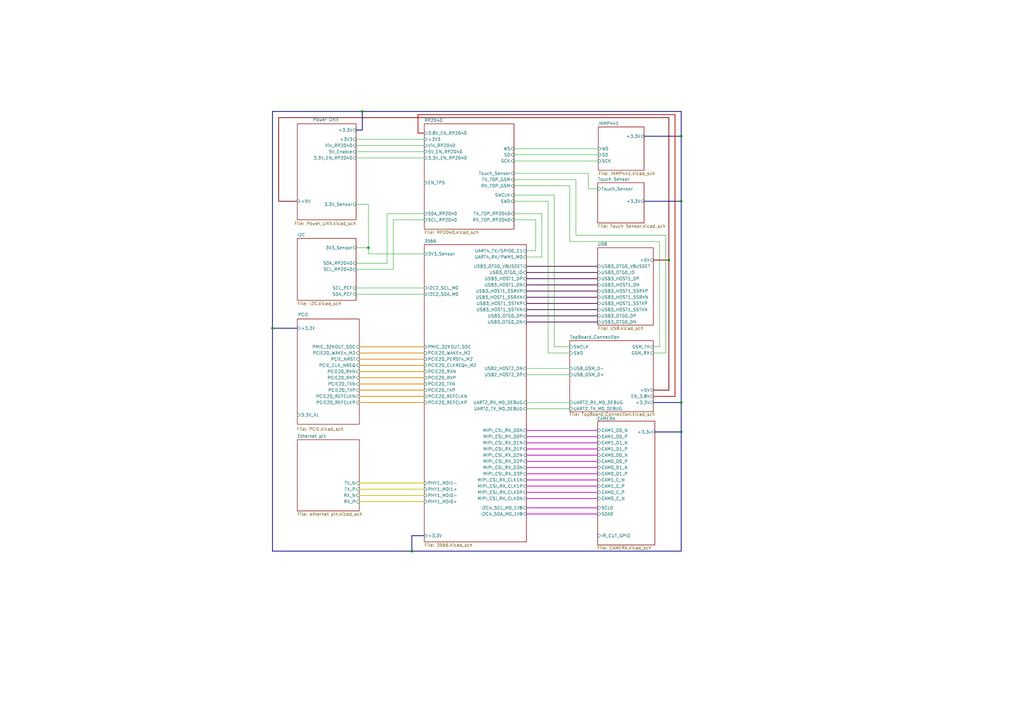
<source format=kicad_sch>
(kicad_sch
	(version 20231120)
	(generator "eeschema")
	(generator_version "8.0")
	(uuid "25e5aa8e-2696-44a3-8d3c-c2c53f2923cf")
	(paper "A3")
	(title_block
		(title "CamTracker")
		(date "2022-09-20")
		(rev "REV1")
		(company "SmartEQ Bilisim")
	)
	(lib_symbols)
	(junction
		(at 274.32 106.68)
		(diameter 0)
		(color 0 0 0 0)
		(uuid "15c9e2df-a95f-481e-91ba-6afed13123fe")
	)
	(junction
		(at 148.59 45.72)
		(diameter 0)
		(color 0 0 0 0)
		(uuid "1d0cda57-c204-4851-bf6b-4a4ccef2c313")
	)
	(junction
		(at 279.4 55.88)
		(diameter 0)
		(color 0 0 0 0)
		(uuid "2085bf44-7a3e-416e-b053-25dd60f63bc2")
	)
	(junction
		(at 151.13 101.6)
		(diameter 0)
		(color 0 0 0 0)
		(uuid "4f5c20bf-e917-45ae-8d70-df3bfa6b86c2")
	)
	(junction
		(at 111.76 134.62)
		(diameter 0)
		(color 0 0 0 0)
		(uuid "634ba8df-ee1c-4b34-9fc4-4378c936885b")
	)
	(junction
		(at 279.4 82.55)
		(diameter 0)
		(color 0 0 0 0)
		(uuid "c7967cdd-90a9-49f4-a9e7-6977c47bed6b")
	)
	(junction
		(at 168.91 226.06)
		(diameter 0)
		(color 0 0 0 0)
		(uuid "dcc6440e-a5cd-4688-9c98-8a55bcba0d7e")
	)
	(junction
		(at 279.4 165.1)
		(diameter 0)
		(color 0 0 0 0)
		(uuid "e5a1f3df-1442-41f7-b26c-adece3441cfa")
	)
	(junction
		(at 279.4 177.1627)
		(diameter 0)
		(color 0 0 0 0)
		(uuid "e7806f66-e7cf-4cae-8070-f3f573dca5b1")
	)
	(wire
		(pts
			(xy 215.9 116.84) (xy 245.11 116.84)
		)
		(stroke
			(width 0.3048)
			(type default)
			(color 72 0 72 1)
		)
		(uuid "04c71393-be6a-4119-9fb6-535b6673a421")
	)
	(wire
		(pts
			(xy 147.32 165.1) (xy 173.99 165.1)
		)
		(stroke
			(width 0.3048)
			(type default)
			(color 221 133 0 1)
		)
		(uuid "083d76a8-45bd-419d-9180-4cdd5b842efa")
	)
	(wire
		(pts
			(xy 210.82 63.5) (xy 245.364 63.5)
		)
		(stroke
			(width 0)
			(type default)
		)
		(uuid "0a12d520-5dcf-4a37-9afd-57326d9993b5")
	)
	(wire
		(pts
			(xy 158.75 87.63) (xy 173.99 87.63)
		)
		(stroke
			(width 0)
			(type default)
		)
		(uuid "0c7c2b3e-0b93-4115-b1b4-9bd84141a81e")
	)
	(wire
		(pts
			(xy 279.4 55.88) (xy 279.4 82.55)
		)
		(stroke
			(width 0.3048)
			(type default)
			(color 0 0 132 1)
		)
		(uuid "0c80c3bd-b8e8-4595-ae44-698e2944a54e")
	)
	(wire
		(pts
			(xy 224.79 82.55) (xy 210.82 82.55)
		)
		(stroke
			(width 0)
			(type default)
		)
		(uuid "0d05a548-ee7e-4d61-a591-510079a161c3")
	)
	(wire
		(pts
			(xy 161.29 90.17) (xy 173.99 90.17)
		)
		(stroke
			(width 0)
			(type default)
		)
		(uuid "0e7e09a1-55eb-4412-b999-2d51394564c3")
	)
	(wire
		(pts
			(xy 173.99 104.14) (xy 151.13 104.14)
		)
		(stroke
			(width 0)
			(type default)
		)
		(uuid "10d507f1-f489-4673-9726-711b05092b90")
	)
	(wire
		(pts
			(xy 148.59 45.72) (xy 279.4 45.72)
		)
		(stroke
			(width 0.3048)
			(type default)
			(color 0 0 132 1)
		)
		(uuid "16036b77-1dae-4901-90c4-2eb930e10148")
	)
	(wire
		(pts
			(xy 111.76 45.72) (xy 148.59 45.72)
		)
		(stroke
			(width 0.3048)
			(type default)
			(color 0 0 132 1)
		)
		(uuid "1792ff09-f441-4746-aee2-72f1d89af10b")
	)
	(wire
		(pts
			(xy 114.3 48.26) (xy 114.3 82.55)
		)
		(stroke
			(width 0.3048)
			(type default)
			(color 132 0 0 1)
		)
		(uuid "19a948e1-edd2-45af-ac57-052e634df261")
	)
	(wire
		(pts
			(xy 147.32 152.4) (xy 173.99 152.4)
		)
		(stroke
			(width 0.3048)
			(type default)
			(color 221 133 0 1)
		)
		(uuid "1afc3262-df56-4d89-8c19-04110b1e778d")
	)
	(wire
		(pts
			(xy 215.9 165.1) (xy 233.68 165.1)
		)
		(stroke
			(width 0)
			(type default)
		)
		(uuid "1bcb8f33-54dc-4f8a-a179-187d063a2366")
	)
	(wire
		(pts
			(xy 224.79 144.78) (xy 224.79 82.55)
		)
		(stroke
			(width 0)
			(type default)
		)
		(uuid "1d78e3eb-4033-41cc-8e7c-de6f559784ee")
	)
	(wire
		(pts
			(xy 273.05 96.52) (xy 273.05 144.78)
		)
		(stroke
			(width 0)
			(type default)
		)
		(uuid "1e1149d6-85d7-4bfa-9551-556152242efe")
	)
	(wire
		(pts
			(xy 215.9 204.47) (xy 245.11 204.47)
		)
		(stroke
			(width 0.3048)
			(type default)
			(color 194 0 194 1)
		)
		(uuid "1f5d2516-052f-4f67-aed6-a2db2614724e")
	)
	(wire
		(pts
			(xy 111.76 226.06) (xy 111.76 134.62)
		)
		(stroke
			(width 0.3048)
			(type default)
			(color 0 0 132 1)
		)
		(uuid "1fc1d2ee-612e-4adc-959b-97511ac5b721")
	)
	(wire
		(pts
			(xy 219.71 90.17) (xy 219.71 102.87)
		)
		(stroke
			(width 0)
			(type default)
		)
		(uuid "22c01a69-c446-4457-919b-b45495e69000")
	)
	(wire
		(pts
			(xy 215.9 208.28) (xy 245.11 208.28)
		)
		(stroke
			(width 0.3048)
			(type default)
			(color 194 0 194 1)
		)
		(uuid "23388bba-141d-4244-a141-2238a35fe83d")
	)
	(wire
		(pts
			(xy 215.9 176.53) (xy 245.11 176.53)
		)
		(stroke
			(width 0.3048)
			(type default)
			(color 194 0 194 1)
		)
		(uuid "2799b817-a6f6-41f0-aaba-caf1670f84e1")
	)
	(wire
		(pts
			(xy 215.9 153.67) (xy 233.68 153.67)
		)
		(stroke
			(width 0)
			(type default)
		)
		(uuid "2e9e3657-b828-4621-9a5f-063f25448e51")
	)
	(wire
		(pts
			(xy 224.79 144.78) (xy 233.68 144.78)
		)
		(stroke
			(width 0)
			(type default)
		)
		(uuid "2ec40ca3-95a0-42a0-9537-e5576742fe70")
	)
	(wire
		(pts
			(xy 215.9 127) (xy 245.11 127)
		)
		(stroke
			(width 0.3048)
			(type default)
			(color 72 0 72 1)
		)
		(uuid "2f259edd-e82e-433c-8a94-ae1590d9d85a")
	)
	(wire
		(pts
			(xy 267.97 142.24) (xy 270.51 142.24)
		)
		(stroke
			(width 0)
			(type default)
		)
		(uuid "327478fd-a338-438a-b951-24ebc90c3017")
	)
	(wire
		(pts
			(xy 121.92 82.55) (xy 114.3 82.55)
		)
		(stroke
			(width 0.3048)
			(type default)
			(color 132 0 0 1)
		)
		(uuid "3548f0a2-f1ed-4779-a83e-bb421c6917cf")
	)
	(wire
		(pts
			(xy 215.9 129.54) (xy 245.11 129.54)
		)
		(stroke
			(width 0.3048)
			(type default)
			(color 72 0 72 1)
		)
		(uuid "359b461a-614a-40ae-a2b9-26b9ecfdf28e")
	)
	(wire
		(pts
			(xy 236.22 73.66) (xy 236.22 96.52)
		)
		(stroke
			(width 0)
			(type default)
		)
		(uuid "37629719-cea0-4ebb-b22a-5e77576c3fcd")
	)
	(wire
		(pts
			(xy 276.86 162.56) (xy 276.86 46.99)
		)
		(stroke
			(width 0.3048)
			(type default)
			(color 194 0 0 1)
		)
		(uuid "383352f2-15fe-49f5-9b15-d3bd70f30e3b")
	)
	(wire
		(pts
			(xy 210.82 80.01) (xy 227.33 80.01)
		)
		(stroke
			(width 0)
			(type default)
		)
		(uuid "398a99a1-422f-40cb-a1e1-a699e43e53dc")
	)
	(wire
		(pts
			(xy 146.05 110.49) (xy 161.29 110.49)
		)
		(stroke
			(width 0)
			(type default)
		)
		(uuid "3a6c4a5b-1e18-4124-a867-eedc1900d6b2")
	)
	(wire
		(pts
			(xy 267.97 165.1) (xy 279.4 165.1)
		)
		(stroke
			(width 0.3048)
			(type default)
			(color 0 0 132 1)
		)
		(uuid "4660afa1-e57e-4bdc-95de-3f07b689f8f9")
	)
	(wire
		(pts
			(xy 146.05 107.95) (xy 158.75 107.95)
		)
		(stroke
			(width 0)
			(type default)
		)
		(uuid "469ba150-9676-4ca3-8c54-917e04934cc8")
	)
	(wire
		(pts
			(xy 147.32 149.86) (xy 173.99 149.86)
		)
		(stroke
			(width 0.3048)
			(type default)
			(color 221 133 0 1)
		)
		(uuid "4af92e97-f21b-484e-8353-7e4b35dd29cf")
	)
	(wire
		(pts
			(xy 147.32 154.94) (xy 173.99 154.94)
		)
		(stroke
			(width 0.3048)
			(type default)
			(color 221 133 0 1)
		)
		(uuid "4ba36121-7c05-421e-8270-f53f7a471365")
	)
	(wire
		(pts
			(xy 146.05 118.11) (xy 173.99 118.11)
		)
		(stroke
			(width 0)
			(type default)
		)
		(uuid "4d56d3f5-12ee-4a6d-996c-815d52581356")
	)
	(wire
		(pts
			(xy 215.9 184.15) (xy 245.11 184.15)
		)
		(stroke
			(width 0.3048)
			(type default)
			(color 194 0 194 1)
		)
		(uuid "4faa76bb-af78-4054-a207-b2d80dc81e3c")
	)
	(wire
		(pts
			(xy 215.9 181.61) (xy 245.11 181.61)
		)
		(stroke
			(width 0.3048)
			(type default)
			(color 194 0 194 1)
		)
		(uuid "51d67db8-a174-4bbe-8052-8fe3f01a8c0f")
	)
	(wire
		(pts
			(xy 215.9 179.07) (xy 245.11 179.07)
		)
		(stroke
			(width 0.3048)
			(type default)
			(color 194 0 194 1)
		)
		(uuid "5864b7be-ba73-4a52-9616-43721c5100bc")
	)
	(wire
		(pts
			(xy 279.4 177.1627) (xy 279.4 226.06)
		)
		(stroke
			(width 0.3048)
			(type default)
			(color 0 0 132 1)
		)
		(uuid "58ca09ae-be35-4e3c-8816-bc9943bf2fe4")
	)
	(wire
		(pts
			(xy 215.9 210.82) (xy 245.11 210.82)
		)
		(stroke
			(width 0.3048)
			(type default)
			(color 194 0 194 1)
		)
		(uuid "5ac4d1b6-47c6-4d0f-b4c0-d9c5d2a03608")
	)
	(wire
		(pts
			(xy 210.82 73.66) (xy 236.22 73.66)
		)
		(stroke
			(width 0)
			(type default)
		)
		(uuid "6322aa88-135a-47fe-9d64-ab90f0e884ed")
	)
	(wire
		(pts
			(xy 279.4 177.1627) (xy 268.605 177.1627)
		)
		(stroke
			(width 0.3048)
			(type default)
			(color 0 0 132 1)
		)
		(uuid "65772262-4315-4a20-bcbe-f5163689ac74")
	)
	(wire
		(pts
			(xy 215.9 124.46) (xy 245.11 124.46)
		)
		(stroke
			(width 0.3048)
			(type default)
			(color 72 0 72 1)
		)
		(uuid "66fb0a80-bdbe-4356-a4fa-3854ff6a6241")
	)
	(wire
		(pts
			(xy 146.05 120.65) (xy 173.99 120.65)
		)
		(stroke
			(width 0)
			(type default)
		)
		(uuid "69557bf6-ddff-49e0-a5c6-12b536385a65")
	)
	(wire
		(pts
			(xy 233.68 99.06) (xy 233.68 76.2)
		)
		(stroke
			(width 0)
			(type default)
		)
		(uuid "698da729-a6cb-4395-95c4-586ad2380cef")
	)
	(wire
		(pts
			(xy 151.13 104.14) (xy 151.13 101.6)
		)
		(stroke
			(width 0)
			(type default)
		)
		(uuid "6a40b042-2c10-4b22-8929-ea08ca553840")
	)
	(wire
		(pts
			(xy 222.25 87.63) (xy 222.25 105.41)
		)
		(stroke
			(width 0)
			(type default)
		)
		(uuid "6bdc5f1f-f5ac-474f-a2b5-91e72c97f039")
	)
	(wire
		(pts
			(xy 147.32 200.66) (xy 173.99 200.66)
		)
		(stroke
			(width 0.3048)
			(type default)
			(color 194 194 0 1)
		)
		(uuid "6eaa3463-bd9e-41d1-9ee4-e217a7aa3c15")
	)
	(wire
		(pts
			(xy 146.05 101.6) (xy 151.13 101.6)
		)
		(stroke
			(width 0)
			(type default)
		)
		(uuid "73811bcd-ce77-431e-a54a-e97f5a810eda")
	)
	(wire
		(pts
			(xy 147.32 142.24) (xy 173.99 142.24)
		)
		(stroke
			(width 0.3048)
			(type default)
			(color 221 133 0 1)
		)
		(uuid "76284d94-5f08-416c-b20c-5ab7e389cad1")
	)
	(wire
		(pts
			(xy 279.4 82.55) (xy 279.4 165.1)
		)
		(stroke
			(width 0.3048)
			(type default)
			(color 0 0 132 1)
		)
		(uuid "77ba9121-9ece-4981-b607-e0b186ffb51c")
	)
	(wire
		(pts
			(xy 147.32 144.78) (xy 173.99 144.78)
		)
		(stroke
			(width 0.3048)
			(type default)
			(color 221 133 0 1)
		)
		(uuid "78d2e62f-095d-41bd-a773-adbda9a91ada")
	)
	(wire
		(pts
			(xy 270.51 142.24) (xy 270.51 99.06)
		)
		(stroke
			(width 0)
			(type default)
		)
		(uuid "7b0ed049-2bb3-4516-9588-f1612267878e")
	)
	(wire
		(pts
			(xy 171.45 46.99) (xy 171.45 54.61)
		)
		(stroke
			(width 0.3048)
			(type default)
			(color 194 0 0 1)
		)
		(uuid "7eb20d74-5ea9-4882-b359-eaf2640e4656")
	)
	(wire
		(pts
			(xy 227.33 142.24) (xy 233.68 142.24)
		)
		(stroke
			(width 0)
			(type default)
		)
		(uuid "7f08aa4f-1ab5-4270-be36-883a87428110")
	)
	(wire
		(pts
			(xy 146.05 64.77) (xy 173.99 64.77)
		)
		(stroke
			(width 0)
			(type default)
		)
		(uuid "80964846-9e31-47d4-a24a-896d33a26b58")
	)
	(wire
		(pts
			(xy 279.4 45.72) (xy 279.4 55.88)
		)
		(stroke
			(width 0.3048)
			(type default)
			(color 0 0 132 1)
		)
		(uuid "80b00e77-862b-4ce6-b5bf-339821f6799a")
	)
	(wire
		(pts
			(xy 158.75 107.95) (xy 158.75 87.63)
		)
		(stroke
			(width 0)
			(type default)
		)
		(uuid "82727a53-d173-4696-b72b-496693969e39")
	)
	(wire
		(pts
			(xy 279.4 165.1) (xy 279.4 177.1627)
		)
		(stroke
			(width 0.3048)
			(type default)
			(color 0 0 132 1)
		)
		(uuid "834af0fe-4ca8-4985-bdd9-8b2f5c8138c5")
	)
	(wire
		(pts
			(xy 210.82 87.63) (xy 222.25 87.63)
		)
		(stroke
			(width 0)
			(type default)
		)
		(uuid "836e5ba6-238b-44b8-88b6-b4f87556b2e7")
	)
	(wire
		(pts
			(xy 219.71 102.87) (xy 215.9 102.87)
		)
		(stroke
			(width 0)
			(type default)
		)
		(uuid "87034a46-00fb-439a-a2ee-0f0ada102028")
	)
	(wire
		(pts
			(xy 168.91 226.06) (xy 279.4 226.06)
		)
		(stroke
			(width 0.3048)
			(type default)
			(color 0 0 132 1)
		)
		(uuid "89f4854e-9e5b-4b00-8fc3-6e67a778b074")
	)
	(wire
		(pts
			(xy 151.13 101.6) (xy 151.13 83.82)
		)
		(stroke
			(width 0)
			(type default)
		)
		(uuid "8ab03d72-2a4a-43f4-97d7-b0fc2d7b9968")
	)
	(wire
		(pts
			(xy 264.16 55.88) (xy 279.4 55.88)
		)
		(stroke
			(width 0.3048)
			(type default)
			(color 0 0 132 1)
		)
		(uuid "8d134853-e6ec-4ed5-86b7-279ce2a743fd")
	)
	(wire
		(pts
			(xy 147.32 198.12) (xy 173.99 198.12)
		)
		(stroke
			(width 0.3048)
			(type default)
			(color 194 194 0 1)
		)
		(uuid "8d14b7f0-daea-466e-9bda-274be89ec01b")
	)
	(wire
		(pts
			(xy 147.32 157.48) (xy 173.99 157.48)
		)
		(stroke
			(width 0.3048)
			(type default)
			(color 221 133 0 1)
		)
		(uuid "8e77037e-2496-4dec-8ce0-b58bc6f2cbe7")
	)
	(wire
		(pts
			(xy 147.32 160.02) (xy 173.99 160.02)
		)
		(stroke
			(width 0.3048)
			(type default)
			(color 221 133 0 1)
		)
		(uuid "8f2bbee2-95d5-4324-ab64-08ce9b62be5e")
	)
	(wire
		(pts
			(xy 215.9 194.31) (xy 245.11 194.31)
		)
		(stroke
			(width 0.3048)
			(type default)
			(color 194 0 194 1)
		)
		(uuid "927c5608-69cb-4e93-bbc5-e365eacb7a7a")
	)
	(wire
		(pts
			(xy 215.9 201.93) (xy 245.11 201.93)
		)
		(stroke
			(width 0.3048)
			(type default)
			(color 194 0 194 1)
		)
		(uuid "953e8a6d-9f6c-4ee9-a768-8e45d47dda3f")
	)
	(wire
		(pts
			(xy 210.82 76.2) (xy 233.68 76.2)
		)
		(stroke
			(width 0)
			(type default)
		)
		(uuid "9c2368b9-c994-49a9-a528-aa9581004c26")
	)
	(wire
		(pts
			(xy 227.33 80.01) (xy 227.33 142.24)
		)
		(stroke
			(width 0)
			(type default)
		)
		(uuid "9d70bd62-59d7-49da-92d7-fa7ea214134d")
	)
	(wire
		(pts
			(xy 215.9 167.64) (xy 233.68 167.64)
		)
		(stroke
			(width 0)
			(type default)
		)
		(uuid "9eb81f99-669a-4195-a244-53e91055a094")
	)
	(wire
		(pts
			(xy 147.32 162.56) (xy 173.99 162.56)
		)
		(stroke
			(width 0.3048)
			(type default)
			(color 221 133 0 1)
		)
		(uuid "a0917002-c18b-4af6-a770-e843c23d768b")
	)
	(wire
		(pts
			(xy 215.9 186.69) (xy 245.11 186.69)
		)
		(stroke
			(width 0.3048)
			(type default)
			(color 194 0 194 1)
		)
		(uuid "a1aca367-e513-447d-829d-b580c5ca21f8")
	)
	(wire
		(pts
			(xy 168.91 219.71) (xy 173.99 219.71)
		)
		(stroke
			(width 0.3048)
			(type default)
			(color 0 0 132 1)
		)
		(uuid "a1b3542c-0aa0-4f14-8aaa-95af61b78487")
	)
	(wire
		(pts
			(xy 210.82 71.12) (xy 241.3 71.12)
		)
		(stroke
			(width 0)
			(type default)
		)
		(uuid "a3a3f64a-63e7-4273-90f7-82500fa8c429")
	)
	(wire
		(pts
			(xy 146.05 57.15) (xy 173.99 57.15)
		)
		(stroke
			(width 0)
			(type default)
		)
		(uuid "a6c3e9b4-2f6a-4e7d-b746-38af14aaffce")
	)
	(wire
		(pts
			(xy 148.59 53.34) (xy 146.05 53.34)
		)
		(stroke
			(width 0.3048)
			(type default)
			(color 0 0 132 1)
		)
		(uuid "a780d9cf-323b-4fb4-b233-686ee00cc499")
	)
	(wire
		(pts
			(xy 111.76 134.62) (xy 111.76 45.72)
		)
		(stroke
			(width 0.3048)
			(type default)
			(color 0 0 132 1)
		)
		(uuid "a9ebbe94-8093-4f59-857a-5587112cfed9")
	)
	(wire
		(pts
			(xy 111.76 226.06) (xy 168.91 226.06)
		)
		(stroke
			(width 0.3048)
			(type default)
			(color 0 0 132 1)
		)
		(uuid "a9f8a057-0038-4b7f-84c0-ec0a50627b55")
	)
	(wire
		(pts
			(xy 111.76 134.62) (xy 121.92 134.62)
		)
		(stroke
			(width 0.3048)
			(type default)
			(color 0 0 132 1)
		)
		(uuid "ac79a2d0-5a42-47c5-86fb-fb6f612a96f2")
	)
	(wire
		(pts
			(xy 267.97 106.68) (xy 274.32 106.68)
		)
		(stroke
			(width 0.3048)
			(type default)
			(color 132 0 0 1)
		)
		(uuid "ace1c019-0d3c-4625-b215-af1423f3755d")
	)
	(wire
		(pts
			(xy 215.9 132.08) (xy 245.11 132.08)
		)
		(stroke
			(width 0.3048)
			(type default)
			(color 72 0 72 1)
		)
		(uuid "af2f738e-4a08-4f17-b302-a275ec731a98")
	)
	(wire
		(pts
			(xy 215.9 121.92) (xy 245.11 121.92)
		)
		(stroke
			(width 0.3048)
			(type default)
			(color 72 0 72 1)
		)
		(uuid "af8ca0ba-894b-42f6-9aeb-46662d776b16")
	)
	(wire
		(pts
			(xy 236.22 96.52) (xy 273.05 96.52)
		)
		(stroke
			(width 0)
			(type default)
		)
		(uuid "b02d4a73-116f-4ca0-9229-c487544d1db5")
	)
	(wire
		(pts
			(xy 215.9 191.77) (xy 245.11 191.77)
		)
		(stroke
			(width 0.3048)
			(type default)
			(color 194 0 194 1)
		)
		(uuid "b2245fe4-2764-4634-b0f4-66b6941c0e52")
	)
	(wire
		(pts
			(xy 215.9 196.85) (xy 245.11 196.85)
		)
		(stroke
			(width 0.3048)
			(type default)
			(color 194 0 194 1)
		)
		(uuid "b30478b7-c665-401a-a319-4797da4a0fa8")
	)
	(wire
		(pts
			(xy 146.05 62.23) (xy 173.99 62.23)
		)
		(stroke
			(width 0)
			(type default)
		)
		(uuid "b64c20ba-4890-4691-9e24-2c9aee9f83ce")
	)
	(wire
		(pts
			(xy 171.45 46.99) (xy 276.86 46.99)
		)
		(stroke
			(width 0.3048)
			(type default)
			(color 194 0 0 1)
		)
		(uuid "bace24c7-d14a-4dc6-8a35-3769f9473dcd")
	)
	(wire
		(pts
			(xy 215.9 111.76) (xy 245.11 111.76)
		)
		(stroke
			(width 0.3048)
			(type default)
			(color 72 0 72 1)
		)
		(uuid "bae7732a-f8a6-4f4a-b6b5-5d520102110f")
	)
	(wire
		(pts
			(xy 215.9 109.22) (xy 245.11 109.22)
		)
		(stroke
			(width 0.3048)
			(type default)
			(color 72 0 72 1)
		)
		(uuid "bc07fc91-b1f3-4958-8055-1e89be097431")
	)
	(wire
		(pts
			(xy 114.3 48.26) (xy 274.32 48.26)
		)
		(stroke
			(width 0.3048)
			(type default)
			(color 132 0 0 1)
		)
		(uuid "bc2562ab-0502-4d8d-9a13-ffedcd1d0b03")
	)
	(wire
		(pts
			(xy 267.97 160.02) (xy 274.32 160.02)
		)
		(stroke
			(width 0.3048)
			(type default)
			(color 132 0 0 1)
		)
		(uuid "c3c2ca30-cb79-425f-b282-ebf64b088f2e")
	)
	(wire
		(pts
			(xy 168.91 226.06) (xy 168.91 219.71)
		)
		(stroke
			(width 0.3048)
			(type default)
			(color 0 0 132 1)
		)
		(uuid "c4233b3b-198f-4f47-959f-402d5951065c")
	)
	(wire
		(pts
			(xy 146.05 59.69) (xy 173.99 59.69)
		)
		(stroke
			(width 0)
			(type default)
		)
		(uuid "c459cc4d-7411-4021-b851-f5e24cf3cae5")
	)
	(wire
		(pts
			(xy 264.16 82.55) (xy 279.4 82.55)
		)
		(stroke
			(width 0.3048)
			(type default)
			(color 0 0 132 1)
		)
		(uuid "ccadc5f3-1da2-4c0c-a443-b11f296f1769")
	)
	(wire
		(pts
			(xy 241.3 77.47) (xy 245.11 77.47)
		)
		(stroke
			(width 0)
			(type default)
		)
		(uuid "cdab421e-a5e3-4d0d-91e5-741d9defcb22")
	)
	(wire
		(pts
			(xy 215.9 199.39) (xy 245.11 199.39)
		)
		(stroke
			(width 0.3048)
			(type default)
			(color 194 0 194 1)
		)
		(uuid "cecdec4f-a6ad-4ddd-b626-ccad6836a8c1")
	)
	(wire
		(pts
			(xy 210.82 90.17) (xy 219.71 90.17)
		)
		(stroke
			(width 0)
			(type default)
		)
		(uuid "d189e825-0feb-4e1d-9180-7d2bce278d76")
	)
	(wire
		(pts
			(xy 274.32 106.68) (xy 274.32 160.02)
		)
		(stroke
			(width 0.3048)
			(type default)
			(color 132 0 0 1)
		)
		(uuid "d213b723-7f98-4acd-962f-3376946ac648")
	)
	(wire
		(pts
			(xy 215.9 119.38) (xy 245.11 119.38)
		)
		(stroke
			(width 0.3048)
			(type default)
			(color 72 0 72 1)
		)
		(uuid "d5970033-93a8-4a22-a223-75694f05c03d")
	)
	(wire
		(pts
			(xy 273.05 144.78) (xy 267.97 144.78)
		)
		(stroke
			(width 0)
			(type default)
		)
		(uuid "d63b2206-cd9f-4efe-a403-ac2bc34a9ffe")
	)
	(wire
		(pts
			(xy 161.29 110.49) (xy 161.29 90.17)
		)
		(stroke
			(width 0)
			(type default)
		)
		(uuid "d6dfa17f-47a1-4f1b-9464-829fa58f7788")
	)
	(wire
		(pts
			(xy 210.82 60.96) (xy 245.364 60.96)
		)
		(stroke
			(width 0)
			(type default)
		)
		(uuid "d7945deb-9430-4694-8069-b8b45a83115b")
	)
	(wire
		(pts
			(xy 215.9 189.23) (xy 245.11 189.23)
		)
		(stroke
			(width 0.3048)
			(type default)
			(color 194 0 194 1)
		)
		(uuid "da7f9046-ac76-4a9a-8153-ab976ba71ac4")
	)
	(wire
		(pts
			(xy 268.605 177.1627) (xy 268.605 177.165)
		)
		(stroke
			(width 0.3048)
			(type default)
			(color 0 0 132 1)
		)
		(uuid "db2efdff-4611-452e-a437-4570be66ea33")
	)
	(wire
		(pts
			(xy 147.32 203.2) (xy 173.99 203.2)
		)
		(stroke
			(width 0.3048)
			(type default)
			(color 194 194 0 1)
		)
		(uuid "dc849d96-fc34-489e-b6ed-9b656a4231f8")
	)
	(wire
		(pts
			(xy 210.82 66.04) (xy 245.364 66.04)
		)
		(stroke
			(width 0)
			(type default)
		)
		(uuid "e2179a00-ecd3-4ad6-9f71-958b9751b5ec")
	)
	(wire
		(pts
			(xy 147.32 205.74) (xy 173.99 205.74)
		)
		(stroke
			(width 0.3048)
			(type default)
			(color 194 194 0 1)
		)
		(uuid "e97d9b1f-25a0-48d6-a328-e2cd7998000f")
	)
	(wire
		(pts
			(xy 147.32 147.32) (xy 173.99 147.32)
		)
		(stroke
			(width 0.3048)
			(type default)
			(color 221 133 0 1)
		)
		(uuid "ed41fab4-2db4-4081-b488-7861670115a5")
	)
	(wire
		(pts
			(xy 274.32 48.26) (xy 274.32 106.68)
		)
		(stroke
			(width 0.3048)
			(type default)
			(color 132 0 0 1)
		)
		(uuid "ee87e0bb-fe28-47f7-9003-aad18c18fe93")
	)
	(wire
		(pts
			(xy 148.59 45.72) (xy 148.59 53.34)
		)
		(stroke
			(width 0.3048)
			(type default)
			(color 0 0 132 1)
		)
		(uuid "ef29160a-26ba-49da-a0d5-2697533800e3")
	)
	(wire
		(pts
			(xy 215.9 114.3) (xy 245.11 114.3)
		)
		(stroke
			(width 0.3048)
			(type default)
			(color 72 0 72 1)
		)
		(uuid "f224cd3f-32db-49d1-b918-325c890e8b4d")
	)
	(wire
		(pts
			(xy 270.51 99.06) (xy 233.68 99.06)
		)
		(stroke
			(width 0)
			(type default)
		)
		(uuid "f227c9d4-6940-4d4d-878b-75bdfe37da7a")
	)
	(wire
		(pts
			(xy 215.9 151.13) (xy 233.68 151.13)
		)
		(stroke
			(width 0)
			(type default)
		)
		(uuid "f309da82-dd92-4f1c-811a-36762d04774b")
	)
	(wire
		(pts
			(xy 171.45 54.61) (xy 173.99 54.61)
		)
		(stroke
			(width 0.3048)
			(type default)
			(color 194 0 0 1)
		)
		(uuid "f57bf092-784b-479e-9f91-dcfc2176fb94")
	)
	(wire
		(pts
			(xy 267.97 162.56) (xy 276.86 162.56)
		)
		(stroke
			(width 0.3048)
			(type default)
			(color 194 0 0 1)
		)
		(uuid "f78ad750-232e-428b-8196-f4884957e66d")
	)
	(wire
		(pts
			(xy 215.9 105.41) (xy 222.25 105.41)
		)
		(stroke
			(width 0)
			(type default)
		)
		(uuid "f848db34-0ad9-4e36-92a9-6d2ec9febcaf")
	)
	(wire
		(pts
			(xy 151.13 83.82) (xy 146.05 83.82)
		)
		(stroke
			(width 0)
			(type default)
		)
		(uuid "fbd8fe61-3b5d-496a-9e5f-dc10e8c52e47")
	)
	(wire
		(pts
			(xy 241.3 71.12) (xy 241.3 77.47)
		)
		(stroke
			(width 0)
			(type default)
		)
		(uuid "fbedacd5-0a7a-4dde-9ac2-37f90b7ebeea")
	)
	(sheet
		(at 173.99 50.8)
		(size 36.83 43.18)
		(fields_autoplaced yes)
		(stroke
			(width 0.1524)
			(type solid)
		)
		(fill
			(color 0 0 0 0.0000)
		)
		(uuid "1147878d-87e6-4054-a960-524e5dd813b0")
		(property "Sheetname" "RP2040"
			(at 173.99 50.0884 0)
			(effects
				(font
					(size 1.27 1.27)
				)
				(justify left bottom)
			)
		)
		(property "Sheetfile" "RP2040.kicad_sch"
			(at 173.99 94.5646 0)
			(effects
				(font
					(size 1.27 1.27)
				)
				(justify left top)
			)
		)
		(pin "5V_EN_RP2040" input
			(at 173.99 62.23 180)
			(effects
				(font
					(size 1.27 1.27)
				)
				(justify left)
			)
			(uuid "18aa51b6-6450-4690-a3ee-ef722877f349")
		)
		(pin "3.3V_EN_RP2040" input
			(at 173.99 64.77 180)
			(effects
				(font
					(size 1.27 1.27)
				)
				(justify left)
			)
			(uuid "e7b0bb95-7660-4b0e-9423-43e2c79e8989")
		)
		(pin "3.8V_EN_RP2040" input
			(at 173.99 54.61 180)
			(effects
				(font
					(size 1.27 1.27)
				)
				(justify left)
			)
			(uuid "5ea38b6e-1f1d-4560-952d-46d0561a6f13")
		)
		(pin "+3V3" input
			(at 173.99 57.15 180)
			(effects
				(font
					(size 1.27 1.27)
				)
				(justify left)
			)
			(uuid "8f18b489-648d-45ea-8cee-02e77d2d7d63")
		)
		(pin "SDA_RP2040" input
			(at 173.99 87.63 180)
			(effects
				(font
					(size 1.27 1.27)
				)
				(justify left)
			)
			(uuid "4be6db95-e146-420b-aca1-cf754c128a3b")
		)
		(pin "SCL_RP2040" input
			(at 173.99 90.17 180)
			(effects
				(font
					(size 1.27 1.27)
				)
				(justify left)
			)
			(uuid "ac565da2-efea-4690-87fb-9a8ec7bfeeb0")
		)
		(pin "SWD" input
			(at 210.82 82.55 0)
			(effects
				(font
					(size 1.27 1.27)
				)
				(justify right)
			)
			(uuid "2355998a-3266-40d2-bab8-53569c5596bc")
		)
		(pin "SWCLK" input
			(at 210.82 80.01 0)
			(effects
				(font
					(size 1.27 1.27)
				)
				(justify right)
			)
			(uuid "d974afe9-cf34-4728-9406-fa2c3073360d")
		)
		(pin "TX_TOP_RP2040" input
			(at 210.82 87.63 0)
			(effects
				(font
					(size 1.27 1.27)
				)
				(justify right)
			)
			(uuid "abeea0ae-86a7-4f8b-a645-6bf752aa4f48")
		)
		(pin "RX_TOP_RP2040" input
			(at 210.82 90.17 0)
			(effects
				(font
					(size 1.27 1.27)
				)
				(justify right)
			)
			(uuid "841e7abc-5593-4cb2-95d2-e2922c9ac72a")
		)
		(pin "Vin_RP2040" input
			(at 173.99 59.69 180)
			(effects
				(font
					(size 1.27 1.27)
				)
				(justify left)
			)
			(uuid "9e758653-b0f7-45c8-abec-3399c8b97628")
		)
		(pin "Touch_Sensor" input
			(at 210.82 71.12 0)
			(effects
				(font
					(size 1.27 1.27)
				)
				(justify right)
			)
			(uuid "cfe40f82-25bc-4973-a17b-af6ec48268c2")
		)
		(pin "WS" input
			(at 210.82 60.96 0)
			(effects
				(font
					(size 1.27 1.27)
				)
				(justify right)
			)
			(uuid "30775ac7-8b1a-4280-9798-2a3ff66651fb")
		)
		(pin "SD" input
			(at 210.82 63.5 0)
			(effects
				(font
					(size 1.27 1.27)
				)
				(justify right)
			)
			(uuid "e225bf90-ef87-43ef-8edb-320130473499")
		)
		(pin "SCK" input
			(at 210.82 66.04 0)
			(effects
				(font
					(size 1.27 1.27)
				)
				(justify right)
			)
			(uuid "201d94b8-d362-4a5b-a614-84aea99da66d")
		)
		(pin "EN_TPS" input
			(at 173.99 74.93 180)
			(effects
				(font
					(size 1.27 1.27)
				)
				(justify left)
			)
			(uuid "ab8a371c-da63-4a9c-a6aa-fed0347bb511")
		)
		(pin "TX_TOP_GSM" input
			(at 210.82 73.66 0)
			(effects
				(font
					(size 1.27 1.27)
				)
				(justify right)
			)
			(uuid "2152f9d7-3682-4b75-9a51-d5a8073e3494")
		)
		(pin "RX_TOP_GSM" input
			(at 210.82 76.2 0)
			(effects
				(font
					(size 1.27 1.27)
				)
				(justify right)
			)
			(uuid "d5829c85-f115-4f4b-b0e6-5018c9dbb817")
		)
		(instances
			(project "CamTracker_3566_V1.0"
				(path "/25e5aa8e-2696-44a3-8d3c-c2c53f2923cf"
					(page "5")
				)
			)
		)
	)
	(sheet
		(at 233.68 139.7)
		(size 34.29 29.21)
		(stroke
			(width 0.1524)
			(type solid)
		)
		(fill
			(color 0 0 0 0.0000)
		)
		(uuid "1988e811-771a-4880-9d51-b95ca24d711d")
		(property "Sheetname" "TopBoard_Connection"
			(at 233.68 138.9884 0)
			(effects
				(font
					(size 1.27 1.27)
				)
				(justify left bottom)
			)
		)
		(property "Sheetfile" "TopBoard_Connection.kicad_sch"
			(at 233.426 169.164 0)
			(effects
				(font
					(size 1.27 1.27)
				)
				(justify left top)
			)
		)
		(pin "USB_GSM_D-" input
			(at 233.68 151.13 180)
			(effects
				(font
					(size 1.27 1.27)
				)
				(justify left)
			)
			(uuid "32715bd4-8848-4734-b747-c110bf99b2d0")
		)
		(pin "USB_GSM_D+" input
			(at 233.68 153.67 180)
			(effects
				(font
					(size 1.27 1.27)
				)
				(justify left)
			)
			(uuid "fc623207-25f3-43c7-aa50-e740a54d2231")
		)
		(pin "+5V" input
			(at 267.97 160.02 0)
			(effects
				(font
					(size 1.27 1.27)
				)
				(justify right)
			)
			(uuid "3aaa74f9-09f7-4176-a0e3-9913d230943e")
		)
		(pin "EN_3.8V" input
			(at 267.97 162.56 0)
			(effects
				(font
					(size 1.27 1.27)
				)
				(justify right)
			)
			(uuid "b7288937-c8b1-4051-82ed-975b718a5ca5")
		)
		(pin "UART2_TX_M0_DEBUG" input
			(at 233.68 167.64 180)
			(effects
				(font
					(size 1.27 1.27)
				)
				(justify left)
			)
			(uuid "518700dd-0dc5-4613-84fc-663f07577bef")
		)
		(pin "UART2_RX_M0_DEBUG" input
			(at 233.68 165.1 180)
			(effects
				(font
					(size 1.27 1.27)
				)
				(justify left)
			)
			(uuid "27768cee-3415-4bbb-b4c5-e2b4446375f6")
		)
		(pin "+3.3V" input
			(at 267.97 165.1 0)
			(effects
				(font
					(size 1.27 1.27)
				)
				(justify right)
			)
			(uuid "10e13f0e-ed54-439b-85c5-adf6ae662de1")
		)
		(pin "SWD" input
			(at 233.68 144.78 180)
			(effects
				(font
					(size 1.27 1.27)
				)
				(justify left)
			)
			(uuid "e5198f0f-ce65-4915-9629-a86c40d4b83d")
		)
		(pin "SWCLK" input
			(at 233.68 142.24 180)
			(effects
				(font
					(size 1.27 1.27)
				)
				(justify left)
			)
			(uuid "cd9e8025-a6f8-48ef-86be-a3b2e7eae909")
		)
		(pin "GSM_TX" input
			(at 267.97 142.24 0)
			(effects
				(font
					(size 1.27 1.27)
				)
				(justify right)
			)
			(uuid "d4b34835-f6c5-4928-b078-936c123572c0")
		)
		(pin "GSM_RX" input
			(at 267.97 144.78 0)
			(effects
				(font
					(size 1.27 1.27)
				)
				(justify right)
			)
			(uuid "92e3a6fd-c51c-4edd-8d57-80762a4a6ce6")
		)
		(instances
			(project "CamTracker_3566_V1.0"
				(path "/25e5aa8e-2696-44a3-8d3c-c2c53f2923cf"
					(page "7")
				)
			)
		)
	)
	(sheet
		(at 121.92 130.81)
		(size 25.4 43.18)
		(stroke
			(width 0.1524)
			(type solid)
		)
		(fill
			(color 0 0 0 0.0000)
		)
		(uuid "2a74edf7-7aa3-4746-b45b-7d0642faf549")
		(property "Sheetname" "PCIE"
			(at 122.174 129.794 0)
			(effects
				(font
					(size 1.27 1.27)
				)
				(justify left bottom)
			)
		)
		(property "Sheetfile" "PCIE.kicad_sch"
			(at 121.666 175.26 0)
			(effects
				(font
					(size 1.27 1.27)
				)
				(justify left top)
			)
		)
		(pin "+3.3V" input
			(at 121.92 134.62 180)
			(effects
				(font
					(size 1.27 1.27)
				)
				(justify left)
			)
			(uuid "f2f631b3-c05c-4f8e-8b54-0f604acecbe2")
		)
		(pin "3.3V_XL" input
			(at 121.92 170.18 180)
			(effects
				(font
					(size 1.27 1.27)
				)
				(justify left)
			)
			(uuid "e64a72f2-d2c7-4485-bf1d-c32d785ef34a")
		)
		(pin "PMIC_32KOUT_SOC" input
			(at 147.32 142.24 0)
			(effects
				(font
					(size 1.27 1.27)
				)
				(justify right)
			)
			(uuid "18c57e76-63f9-44a6-b6a2-2c845f036798")
		)
		(pin "PCIE20_WAKEn_M2" input
			(at 147.32 144.78 0)
			(effects
				(font
					(size 1.27 1.27)
				)
				(justify right)
			)
			(uuid "e4713296-f7f6-4a0e-a71f-b01df919e6ac")
		)
		(pin "PCIE_CLK_NREQ" input
			(at 147.32 149.86 0)
			(effects
				(font
					(size 1.27 1.27)
				)
				(justify right)
			)
			(uuid "3697a72a-d89a-4357-97f9-c715fea2a419")
		)
		(pin "PCIE_NRST" input
			(at 147.32 147.32 0)
			(effects
				(font
					(size 1.27 1.27)
				)
				(justify right)
			)
			(uuid "f658a580-643b-4dfb-8524-d73388617a5d")
		)
		(pin "PCIE20_TXP" input
			(at 147.32 160.02 0)
			(effects
				(font
					(size 1.27 1.27)
				)
				(justify right)
			)
			(uuid "16ed09bd-74d7-4487-b8d5-8579ffd2afa3")
		)
		(pin "PCIE20_TXN" input
			(at 147.32 157.48 0)
			(effects
				(font
					(size 1.27 1.27)
				)
				(justify right)
			)
			(uuid "bbf4e92f-78b6-4c3f-8548-d667e5422e01")
		)
		(pin "PCIE20_REFCLKP" input
			(at 147.32 165.1 0)
			(effects
				(font
					(size 1.27 1.27)
				)
				(justify right)
			)
			(uuid "9557297b-ee49-4c98-9363-51facbe27b23")
		)
		(pin "PCIE20_REFCLKN" input
			(at 147.32 162.56 0)
			(effects
				(font
					(size 1.27 1.27)
				)
				(justify right)
			)
			(uuid "8b0088ae-7a10-4554-8d75-e0aa76518fbc")
		)
		(pin "PCIE20_RXP" input
			(at 147.32 154.94 0)
			(effects
				(font
					(size 1.27 1.27)
				)
				(justify right)
			)
			(uuid "b5a0fb2a-de7f-4f7a-97fe-97b3ab204689")
		)
		(pin "PCIE20_RXN" input
			(at 147.32 152.4 0)
			(effects
				(font
					(size 1.27 1.27)
				)
				(justify right)
			)
			(uuid "36452b15-71fa-4953-a860-655adfc4ed8c")
		)
		(instances
			(project "CamTracker_3566_V1.0"
				(path "/25e5aa8e-2696-44a3-8d3c-c2c53f2923cf"
					(page "8")
				)
			)
		)
	)
	(sheet
		(at 121.92 97.79)
		(size 24.13 25.4)
		(fields_autoplaced yes)
		(stroke
			(width 0.1524)
			(type solid)
		)
		(fill
			(color 0 0 0 0.0000)
		)
		(uuid "383fcf5a-65f6-49c3-bf77-797c72e18f88")
		(property "Sheetname" "I2C"
			(at 121.92 97.0784 0)
			(effects
				(font
					(size 1.27 1.27)
				)
				(justify left bottom)
			)
		)
		(property "Sheetfile" "I2C.kicad_sch"
			(at 121.92 123.7746 0)
			(effects
				(font
					(size 1.27 1.27)
				)
				(justify left top)
			)
		)
		(pin "SCL_PCF" input
			(at 146.05 118.11 0)
			(effects
				(font
					(size 1.27 1.27)
				)
				(justify right)
			)
			(uuid "46e205e1-beed-4e6b-97b0-71c19cf21a90")
		)
		(pin "SDA_PCF" input
			(at 146.05 120.65 0)
			(effects
				(font
					(size 1.27 1.27)
				)
				(justify right)
			)
			(uuid "c8712166-19aa-4a2d-8593-811f75b86eec")
		)
		(pin "3V3_Sensor" input
			(at 146.05 101.6 0)
			(effects
				(font
					(size 1.27 1.27)
				)
				(justify right)
			)
			(uuid "2ae350fe-b0c5-42aa-8fb6-b2ec07e527bb")
		)
		(pin "SDA_RP2040" input
			(at 146.05 107.95 0)
			(effects
				(font
					(size 1.27 1.27)
				)
				(justify right)
			)
			(uuid "fdc3a155-7df9-4484-9c0d-4fd58101c693")
		)
		(pin "SCL_RP2040" input
			(at 146.05 110.49 0)
			(effects
				(font
					(size 1.27 1.27)
				)
				(justify right)
			)
			(uuid "a6b12abc-13fa-4b12-9b97-e14d1938a071")
		)
		(instances
			(project "CamTracker_3566_V1.0"
				(path "/25e5aa8e-2696-44a3-8d3c-c2c53f2923cf"
					(page "8")
				)
			)
		)
	)
	(sheet
		(at 173.99 100.33)
		(size 41.91 121.92)
		(fields_autoplaced yes)
		(stroke
			(width 0.1524)
			(type solid)
		)
		(fill
			(color 0 0 0 0.0000)
		)
		(uuid "5bc3c318-bd5f-4941-a50a-f3947ca4cb24")
		(property "Sheetname" "3566"
			(at 173.99 99.6184 0)
			(effects
				(font
					(size 1.27 1.27)
				)
				(justify left bottom)
			)
		)
		(property "Sheetfile" "3566.kicad_sch"
			(at 173.99 222.8346 0)
			(effects
				(font
					(size 1.27 1.27)
				)
				(justify left top)
			)
		)
		(pin "MIPI_CSI_RX_D1N" input
			(at 215.9 181.61 0)
			(effects
				(font
					(size 1.27 1.27)
				)
				(justify right)
			)
			(uuid "3bf40d95-7d05-4f2f-a5d9-b7446960526c")
		)
		(pin "MIPI_CSI_RX_D1P" input
			(at 215.9 184.15 0)
			(effects
				(font
					(size 1.27 1.27)
				)
				(justify right)
			)
			(uuid "f29d6479-d77e-4cc8-a736-ffd206c5a188")
		)
		(pin "MIPI_CSI_RX_D2N" input
			(at 215.9 186.69 0)
			(effects
				(font
					(size 1.27 1.27)
				)
				(justify right)
			)
			(uuid "1044a961-e4d5-4514-8404-6f8d08f70132")
		)
		(pin "MIPI_CSI_RX_D2P" input
			(at 215.9 189.23 0)
			(effects
				(font
					(size 1.27 1.27)
				)
				(justify right)
			)
			(uuid "3a79b6c0-3cab-42b7-879c-440f57e5d38c")
		)
		(pin "MIPI_CSI_RX_D3P" input
			(at 215.9 194.31 0)
			(effects
				(font
					(size 1.27 1.27)
				)
				(justify right)
			)
			(uuid "e08ac2c1-5c07-4065-b9aa-649c42abdb4f")
		)
		(pin "MIPI_CSI_RX_D3N" input
			(at 215.9 191.77 0)
			(effects
				(font
					(size 1.27 1.27)
				)
				(justify right)
			)
			(uuid "b432de92-61e5-4931-91e5-30696c24b990")
		)
		(pin "MIPI_CSI_RX_CLK1P" input
			(at 215.9 199.39 0)
			(effects
				(font
					(size 1.27 1.27)
				)
				(justify right)
			)
			(uuid "86df3de8-d565-4b44-a275-834e7a48c7a8")
		)
		(pin "MIPI_CSI_RX_CLK1N" input
			(at 215.9 196.85 0)
			(effects
				(font
					(size 1.27 1.27)
				)
				(justify right)
			)
			(uuid "bee9c149-79a5-4ec5-b516-3dcaba4601eb")
		)
		(pin "PMIC_32KOUT_SOC" input
			(at 173.99 142.24 180)
			(effects
				(font
					(size 1.27 1.27)
				)
				(justify left)
			)
			(uuid "298b42fd-4b64-4ce1-8336-e0560d099166")
		)
		(pin "+3.3V" input
			(at 173.99 219.71 180)
			(effects
				(font
					(size 1.27 1.27)
				)
				(justify left)
			)
			(uuid "03d75f8b-d531-428e-a9a2-e73c23e0debb")
		)
		(pin "MIPI_CSI_RX_D0P" input
			(at 215.9 179.07 0)
			(effects
				(font
					(size 1.27 1.27)
				)
				(justify right)
			)
			(uuid "de596059-3d47-40f0-b8ea-7a98fe13417c")
		)
		(pin "PCIE20_REFCLKN" input
			(at 173.99 162.56 180)
			(effects
				(font
					(size 1.27 1.27)
				)
				(justify left)
			)
			(uuid "9ddd71aa-6271-4264-aa75-afb74cfecd9c")
		)
		(pin "MIPI_CSI_RX_CLK0P" input
			(at 215.9 201.93 0)
			(effects
				(font
					(size 1.27 1.27)
				)
				(justify right)
			)
			(uuid "11fc2b22-25b8-487f-aed4-408495e6d476")
		)
		(pin "MIPI_CSI_RX_D0N" input
			(at 215.9 176.53 0)
			(effects
				(font
					(size 1.27 1.27)
				)
				(justify right)
			)
			(uuid "9cfc5912-c329-41d4-9cd4-c78e6eb09fbb")
		)
		(pin "MIPI_CSI_RX_CLK0N" input
			(at 215.9 204.47 0)
			(effects
				(font
					(size 1.27 1.27)
				)
				(justify right)
			)
			(uuid "bf83b66b-8cb8-4f0c-9d4b-027fd8a5e1a9")
		)
		(pin "PCIE20_TXP" input
			(at 173.99 160.02 180)
			(effects
				(font
					(size 1.27 1.27)
				)
				(justify left)
			)
			(uuid "a36bb3df-d9f0-4801-a5cd-e7076d1cc2e6")
		)
		(pin "PCIE20_TXN" input
			(at 173.99 157.48 180)
			(effects
				(font
					(size 1.27 1.27)
				)
				(justify left)
			)
			(uuid "3a32bd83-7b0e-40ac-8d02-75c7d7e95e9b")
		)
		(pin "PCIE20_REFCLKP" input
			(at 173.99 165.1 180)
			(effects
				(font
					(size 1.27 1.27)
				)
				(justify left)
			)
			(uuid "9f7676c3-df2e-4e10-b588-aaa4c2b17891")
		)
		(pin "PCIE20_RXP" input
			(at 173.99 154.94 180)
			(effects
				(font
					(size 1.27 1.27)
				)
				(justify left)
			)
			(uuid "173a32e5-0e29-48e4-9f5f-17013820c7f1")
		)
		(pin "PCIE20_RXN" input
			(at 173.99 152.4 180)
			(effects
				(font
					(size 1.27 1.27)
				)
				(justify left)
			)
			(uuid "888451da-17b8-4274-acf2-7c7cf94a4775")
		)
		(pin "UART4_RX{slash}PWM1_M0" input
			(at 215.9 105.41 0)
			(effects
				(font
					(size 1.27 1.27)
				)
				(justify right)
			)
			(uuid "5a773a71-ff90-4bec-bd8a-75576c425b55")
		)
		(pin "UART4_TX{slash}GPIO0_C1" input
			(at 215.9 102.87 0)
			(effects
				(font
					(size 1.27 1.27)
				)
				(justify right)
			)
			(uuid "281afe5c-bd4d-4145-aff5-4c0b40d1c22c")
		)
		(pin "PCIE20_PERSTn_M2" input
			(at 173.99 147.32 180)
			(effects
				(font
					(size 1.27 1.27)
				)
				(justify left)
			)
			(uuid "2dc783aa-abd3-4eab-8060-499739274e3b")
		)
		(pin "PCIE20_WAKEn_M2" input
			(at 173.99 144.78 180)
			(effects
				(font
					(size 1.27 1.27)
				)
				(justify left)
			)
			(uuid "9fc24855-600f-4e9e-9e9e-dc406e08d03a")
		)
		(pin "PCIE20_CLKREQn_M2" input
			(at 173.99 149.86 180)
			(effects
				(font
					(size 1.27 1.27)
				)
				(justify left)
			)
			(uuid "85126a01-3eef-4f02-8ece-293886640287")
		)
		(pin "USB2_HOST2_DP" input
			(at 215.9 153.67 0)
			(effects
				(font
					(size 1.27 1.27)
				)
				(justify right)
			)
			(uuid "036c649c-5728-4810-882a-0824f80c12de")
		)
		(pin "USB2_HOST2_DN" input
			(at 215.9 151.13 0)
			(effects
				(font
					(size 1.27 1.27)
				)
				(justify right)
			)
			(uuid "52f66ad8-5811-45b8-b9c8-c03869e8bd03")
		)
		(pin "I2C4_SDA_M0_1V8" input
			(at 215.9 210.82 0)
			(effects
				(font
					(size 1.27 1.27)
				)
				(justify right)
			)
			(uuid "3491d938-bb22-49f1-8975-4e74ff041a0a")
		)
		(pin "I2C4_SCL_M0_1V8" input
			(at 215.9 208.28 0)
			(effects
				(font
					(size 1.27 1.27)
				)
				(justify right)
			)
			(uuid "c411e3cb-f29a-4553-af44-5c73ee8396ab")
		)
		(pin "PHY1_MDI1-" input
			(at 173.99 198.12 180)
			(effects
				(font
					(size 1.27 1.27)
				)
				(justify left)
			)
			(uuid "7099f399-7117-4b12-8972-7d9bd9baa30a")
		)
		(pin "PHY1_MDI0-" input
			(at 173.99 203.2 180)
			(effects
				(font
					(size 1.27 1.27)
				)
				(justify left)
			)
			(uuid "08d939a7-09ed-40c6-9764-9576cbbcd137")
		)
		(pin "PHY1_MDI1+" input
			(at 173.99 200.66 180)
			(effects
				(font
					(size 1.27 1.27)
				)
				(justify left)
			)
			(uuid "f85aaea2-5cee-48bd-9af5-a38b90c0ce91")
		)
		(pin "PHY1_MDI0+" input
			(at 173.99 205.74 180)
			(effects
				(font
					(size 1.27 1.27)
				)
				(justify left)
			)
			(uuid "b82e70da-f6d7-4546-9120-d45c2c8a31c0")
		)
		(pin "I2C2_SCL_M0" input
			(at 173.99 118.11 180)
			(effects
				(font
					(size 1.27 1.27)
				)
				(justify left)
			)
			(uuid "2498a5ee-945a-4426-aa07-e97e00595041")
		)
		(pin "I2C2_SDA_M0" input
			(at 173.99 120.65 180)
			(effects
				(font
					(size 1.27 1.27)
				)
				(justify left)
			)
			(uuid "9d81cb18-c7a6-4d8a-9396-dd5966a890e1")
		)
		(pin "3V3_Sensor" input
			(at 173.99 104.14 180)
			(effects
				(font
					(size 1.27 1.27)
				)
				(justify left)
			)
			(uuid "0add6b16-c183-464f-846c-3632315b5e75")
		)
		(pin "USB3_OTG0_VBUSDET" input
			(at 215.9 109.22 0)
			(effects
				(font
					(size 1.27 1.27)
				)
				(justify right)
			)
			(uuid "011951e0-1095-40a8-b194-9be05cbb213a")
		)
		(pin "USB3_OTG0_ID" input
			(at 215.9 111.76 0)
			(effects
				(font
					(size 1.27 1.27)
				)
				(justify right)
			)
			(uuid "f55be649-7905-4648-b3c6-3f78ff578d97")
		)
		(pin "USB3_OTG0_DP" input
			(at 215.9 129.54 0)
			(effects
				(font
					(size 1.27 1.27)
				)
				(justify right)
			)
			(uuid "84a84757-c791-45e4-9e01-df00c4e01fa9")
		)
		(pin "USB3_HOST1_SSTXP" input
			(at 215.9 124.46 0)
			(effects
				(font
					(size 1.27 1.27)
				)
				(justify right)
			)
			(uuid "768c49be-ab4e-43b2-91ec-2de1c6e1205c")
		)
		(pin "USB3_HOST1_SSTXN" input
			(at 215.9 127 0)
			(effects
				(font
					(size 1.27 1.27)
				)
				(justify right)
			)
			(uuid "76009bca-08ce-47f5-bd85-e17ac718aae5")
		)
		(pin "USB3_HOST1_DN" input
			(at 215.9 116.84 0)
			(effects
				(font
					(size 1.27 1.27)
				)
				(justify right)
			)
			(uuid "09a9301e-3b8d-4f62-bc57-13cb1e2d07a1")
		)
		(pin "USB3_HOST1_SSRXN" input
			(at 215.9 121.92 0)
			(effects
				(font
					(size 1.27 1.27)
				)
				(justify right)
			)
			(uuid "d827798d-bbe6-41eb-bbae-a14fd184726b")
		)
		(pin "USB3_HOST1_SSRXP" input
			(at 215.9 119.38 0)
			(effects
				(font
					(size 1.27 1.27)
				)
				(justify right)
			)
			(uuid "28e2527c-347e-47b4-b7db-ec682c12100c")
		)
		(pin "USB3_OTG0_DN" input
			(at 215.9 132.08 0)
			(effects
				(font
					(size 1.27 1.27)
				)
				(justify right)
			)
			(uuid "30c41901-1472-427f-b3d4-4519afa671ba")
		)
		(pin "USB3_HOST1_DP" input
			(at 215.9 114.3 0)
			(effects
				(font
					(size 1.27 1.27)
				)
				(justify right)
			)
			(uuid "2167c7b8-b0a5-4284-9d48-6bfdfde95d13")
		)
		(pin "UART2_TX_M0_DEBUG" input
			(at 215.9 167.64 0)
			(effects
				(font
					(size 1.27 1.27)
				)
				(justify right)
			)
			(uuid "4584386e-2dbb-4a42-954e-9d48b539070f")
		)
		(pin "UART2_RX_M0_DEBUG" input
			(at 215.9 165.1 0)
			(effects
				(font
					(size 1.27 1.27)
				)
				(justify right)
			)
			(uuid "18ba28bf-e798-424a-ab76-b3602cf4ba34")
		)
		(instances
			(project "CamTracker_3566_V1.0"
				(path "/25e5aa8e-2696-44a3-8d3c-c2c53f2923cf"
					(page "11")
				)
			)
		)
	)
	(sheet
		(at 245.11 101.6)
		(size 22.86 31.75)
		(fields_autoplaced yes)
		(stroke
			(width 0.1524)
			(type solid)
		)
		(fill
			(color 0 0 0 0.0000)
		)
		(uuid "62d26b0b-2db9-4fe2-ac72-e0fedbabb9b7")
		(property "Sheetname" "USB"
			(at 245.11 100.8884 0)
			(effects
				(font
					(size 1.27 1.27)
				)
				(justify left bottom)
			)
		)
		(property "Sheetfile" "USB.kicad_sch"
			(at 245.11 133.9346 0)
			(effects
				(font
					(size 1.27 1.27)
				)
				(justify left top)
			)
		)
		(pin "USB3_OTG0_ID" input
			(at 245.11 111.76 180)
			(effects
				(font
					(size 1.27 1.27)
				)
				(justify left)
			)
			(uuid "3746ba32-71da-47e0-90c0-fa8ea5b93b9f")
		)
		(pin "USB3_OTG0_VBUSDET" input
			(at 245.11 109.22 180)
			(effects
				(font
					(size 1.27 1.27)
				)
				(justify left)
			)
			(uuid "82b7bf2e-1dbc-47cc-8725-26f7202a2694")
		)
		(pin "+5V" input
			(at 267.97 106.68 0)
			(effects
				(font
					(size 1.27 1.27)
				)
				(justify right)
			)
			(uuid "8b551db2-e5b0-494f-81ae-7a2300172cdb")
		)
		(pin "USB3_OTG0_DN" input
			(at 245.11 132.08 180)
			(effects
				(font
					(size 1.27 1.27)
				)
				(justify left)
			)
			(uuid "2851c999-acb7-4912-843c-d4329e9d30f5")
		)
		(pin "USB3_OTG0_DP" input
			(at 245.11 129.54 180)
			(effects
				(font
					(size 1.27 1.27)
				)
				(justify left)
			)
			(uuid "ff0a5751-b98f-4542-bcaf-75fccb373a68")
		)
		(pin "USB3_HOST1_DN" input
			(at 245.11 116.84 180)
			(effects
				(font
					(size 1.27 1.27)
				)
				(justify left)
			)
			(uuid "b51aee3e-da2e-4e93-9957-009ce75db6b7")
		)
		(pin "USB3_HOST1_DP" input
			(at 245.11 114.3 180)
			(effects
				(font
					(size 1.27 1.27)
				)
				(justify left)
			)
			(uuid "1f92052c-563f-4df1-b89f-28249172bbd3")
		)
		(pin "USB3_HOST1_SSRXP" input
			(at 245.11 119.38 180)
			(effects
				(font
					(size 1.27 1.27)
				)
				(justify left)
			)
			(uuid "21db6793-0c23-4dde-abf2-abbb016b2a0d")
		)
		(pin "USB3_HOST1_SSRXN" input
			(at 245.11 121.92 180)
			(effects
				(font
					(size 1.27 1.27)
				)
				(justify left)
			)
			(uuid "b4a70532-0221-471c-9f59-b63cb4b4d557")
		)
		(pin "USB3_HOST1_SSTXP" input
			(at 245.11 124.46 180)
			(effects
				(font
					(size 1.27 1.27)
				)
				(justify left)
			)
			(uuid "72c06535-d919-4124-b726-1beb2eefc408")
		)
		(pin "USB3_HOST1_SSTXN" input
			(at 245.11 127 180)
			(effects
				(font
					(size 1.27 1.27)
				)
				(justify left)
			)
			(uuid "0fe3bd4b-10a0-461a-b825-44fa5f3762b5")
		)
		(instances
			(project "CamTracker_3566_V1.0"
				(path "/25e5aa8e-2696-44a3-8d3c-c2c53f2923cf"
					(page "12")
				)
			)
		)
	)
	(sheet
		(at 245.11 74.93)
		(size 19.05 16.51)
		(fields_autoplaced yes)
		(stroke
			(width 0.1524)
			(type solid)
		)
		(fill
			(color 0 0 0 0.0000)
		)
		(uuid "7030b9d7-faae-4a7e-ad9a-f98295ae3410")
		(property "Sheetname" "Touch Sensor"
			(at 245.11 74.2184 0)
			(effects
				(font
					(size 1.27 1.27)
				)
				(justify left bottom)
			)
		)
		(property "Sheetfile" "Touch Sensor.kicad_sch"
			(at 245.11 92.0246 0)
			(effects
				(font
					(size 1.27 1.27)
				)
				(justify left top)
			)
		)
		(pin "+3.3V" input
			(at 264.16 82.55 0)
			(effects
				(font
					(size 1.27 1.27)
				)
				(justify right)
			)
			(uuid "b9e5a864-3701-4899-bd28-859f0a8b544e")
		)
		(pin "Touch_Sensor" input
			(at 245.11 77.47 180)
			(effects
				(font
					(size 1.27 1.27)
				)
				(justify left)
			)
			(uuid "3a12a567-dc08-4098-83d5-61eff5266369")
		)
		(instances
			(project "CamTracker_3566_V1.0"
				(path "/25e5aa8e-2696-44a3-8d3c-c2c53f2923cf"
					(page "9")
				)
			)
		)
	)
	(sheet
		(at 245.364 52.07)
		(size 18.796 17.78)
		(fields_autoplaced yes)
		(stroke
			(width 0.1524)
			(type solid)
		)
		(fill
			(color 0 0 0 0.0000)
		)
		(uuid "8cd58bda-79df-45a6-ae5f-925c75204272")
		(property "Sheetname" "INMP441"
			(at 245.364 51.3584 0)
			(effects
				(font
					(size 1.27 1.27)
				)
				(justify left bottom)
			)
		)
		(property "Sheetfile" "INMP441.kicad_sch"
			(at 245.364 70.4346 0)
			(effects
				(font
					(size 1.27 1.27)
				)
				(justify left top)
			)
		)
		(pin "+3.3V" input
			(at 264.16 55.88 0)
			(effects
				(font
					(size 1.27 1.27)
				)
				(justify right)
			)
			(uuid "9e4450cc-b9e6-4752-a169-29c8eead1225")
		)
		(pin "SCK" input
			(at 245.364 66.04 180)
			(effects
				(font
					(size 1.27 1.27)
				)
				(justify left)
			)
			(uuid "0506ae69-3cce-4fd7-8d5a-a6ccc8785689")
		)
		(pin "WS" input
			(at 245.364 60.96 180)
			(effects
				(font
					(size 1.27 1.27)
				)
				(justify left)
			)
			(uuid "12b7650b-64f0-4575-82bd-d79936c9c2d1")
		)
		(pin "SD" input
			(at 245.364 63.5 180)
			(effects
				(font
					(size 1.27 1.27)
				)
				(justify left)
			)
			(uuid "5d8a4293-c8a9-4d20-911a-e184f65b7333")
		)
		(instances
			(project "CamTracker_3566_V1.0"
				(path "/25e5aa8e-2696-44a3-8d3c-c2c53f2923cf"
					(page "10")
				)
			)
		)
	)
	(sheet
		(at 245.11 172.72)
		(size 23.495 50.8)
		(stroke
			(width 0.1524)
			(type solid)
		)
		(fill
			(color 0 0 0 0.0000)
		)
		(uuid "b95e0e73-b949-4c37-857a-15cd5fafca64")
		(property "Sheetname" "CAMERA"
			(at 244.856 172.466 0)
			(effects
				(font
					(size 1.27 1.27)
				)
				(justify left bottom)
			)
		)
		(property "Sheetfile" "CAMERA.kicad_sch"
			(at 244.856 224.028 0)
			(effects
				(font
					(size 1.27 1.27)
				)
				(justify left top)
			)
		)
		(pin "IR_CUT_GPIO" input
			(at 245.11 219.71 180)
			(effects
				(font
					(size 1.27 1.27)
				)
				(justify left)
			)
			(uuid "7799d5c6-882e-4d72-985f-590858914c3b")
		)
		(pin "CAM1_D0_N" input
			(at 245.11 176.53 180)
			(effects
				(font
					(size 1.27 1.27)
				)
				(justify left)
			)
			(uuid "48571ffb-e4c6-4334-8193-dacc25614b95")
		)
		(pin "CAM1_D0_P" input
			(at 245.11 179.07 180)
			(effects
				(font
					(size 1.27 1.27)
				)
				(justify left)
			)
			(uuid "8b19c6f7-96b8-40af-85bb-5a7b50e25b76")
		)
		(pin "CAM1_D1_N" input
			(at 245.11 181.61 180)
			(effects
				(font
					(size 1.27 1.27)
				)
				(justify left)
			)
			(uuid "ae832062-72d7-47fb-ad5c-01e8b02aa76f")
		)
		(pin "CAM1_D1_P" input
			(at 245.11 184.15 180)
			(effects
				(font
					(size 1.27 1.27)
				)
				(justify left)
			)
			(uuid "be8d1773-0adb-441a-9d3c-72313bda2d9b")
		)
		(pin "CAM1_C_N" input
			(at 245.11 196.85 180)
			(effects
				(font
					(size 1.27 1.27)
				)
				(justify left)
			)
			(uuid "ab185162-529e-4e04-9980-915fbe47cf62")
		)
		(pin "CAM1_C_P" input
			(at 245.11 199.39 180)
			(effects
				(font
					(size 1.27 1.27)
				)
				(justify left)
			)
			(uuid "0c4eeb28-3245-41b7-a2b2-82d8c08f2fec")
		)
		(pin "SDA0" input
			(at 245.11 210.82 180)
			(effects
				(font
					(size 1.27 1.27)
				)
				(justify left)
			)
			(uuid "f7cf2140-66a6-4554-897a-0614695cd48d")
		)
		(pin "SCL0" input
			(at 245.11 208.28 180)
			(effects
				(font
					(size 1.27 1.27)
				)
				(justify left)
			)
			(uuid "3a1af365-105a-4b6f-8963-b02104e5d61b")
		)
		(pin "+3.3v" input
			(at 268.605 177.165 0)
			(effects
				(font
					(size 1.27 1.27)
				)
				(justify right)
			)
			(uuid "f8c334ac-a99f-455a-bd89-d0b48762c40c")
		)
		(pin "CAM0_D0_N" input
			(at 245.11 186.69 180)
			(effects
				(font
					(size 1.27 1.27)
				)
				(justify left)
			)
			(uuid "31f3509d-ade2-4541-b2b8-e13760bfc98b")
		)
		(pin "CAM0_D0_P" input
			(at 245.11 189.23 180)
			(effects
				(font
					(size 1.27 1.27)
				)
				(justify left)
			)
			(uuid "8cd1cc12-71ec-4a3d-a976-95e1cecb49db")
		)
		(pin "CAM0_D1_N" input
			(at 245.11 191.77 180)
			(effects
				(font
					(size 1.27 1.27)
				)
				(justify left)
			)
			(uuid "20a5ca83-38db-4184-8af9-8ae45ef01fef")
		)
		(pin "CAM0_D1_P" input
			(at 245.11 194.31 180)
			(effects
				(font
					(size 1.27 1.27)
				)
				(justify left)
			)
			(uuid "3843e1ef-f102-418e-90cf-ae9b1e1df446")
		)
		(pin "CAM0_C_N" input
			(at 245.11 204.47 180)
			(effects
				(font
					(size 1.27 1.27)
				)
				(justify left)
			)
			(uuid "43cb0d85-46b8-4d97-9024-cdadd7b933cd")
		)
		(pin "CAM0_C_P" input
			(at 245.11 201.93 180)
			(effects
				(font
					(size 1.27 1.27)
				)
				(justify left)
			)
			(uuid "019ab42c-5150-46e9-ba7a-b719c7a31593")
		)
		(instances
			(project "CamTracker_3566_V1.0"
				(path "/25e5aa8e-2696-44a3-8d3c-c2c53f2923cf"
					(page "12")
				)
			)
		)
	)
	(sheet
		(at 121.92 50.8)
		(size 24.13 39.37)
		(stroke
			(width 0.1524)
			(type solid)
		)
		(fill
			(color 0 0 0 0.0000)
		)
		(uuid "c678bd8c-5c82-4d82-9e56-953defc53f40")
		(property "Sheetname" "Power Unit"
			(at 128.27 49.784 0)
			(effects
				(font
					(size 1.27 1.27)
				)
				(justify left bottom)
			)
		)
		(property "Sheetfile" "Power_Unit.kicad_sch"
			(at 120.65 90.932 0)
			(effects
				(font
					(size 1.27 1.27)
				)
				(justify left top)
			)
		)
		(pin "3.3V_Sensor" input
			(at 146.05 83.82 0)
			(effects
				(font
					(size 1.27 1.27)
				)
				(justify right)
			)
			(uuid "d605a683-8991-438b-93e8-499b4211c8a5")
		)
		(pin "3.3V_EN_RP2040" input
			(at 146.05 64.77 0)
			(effects
				(font
					(size 1.27 1.27)
				)
				(justify right)
			)
			(uuid "ef56d72d-b21b-44d3-9656-b26801e02237")
		)
		(pin "+3V3" input
			(at 146.05 57.15 0)
			(effects
				(font
					(size 1.27 1.27)
				)
				(justify right)
			)
			(uuid "e7d0f02e-68a6-4727-b7e1-03ab15eb7316")
		)
		(pin "+5V" input
			(at 121.92 82.55 180)
			(effects
				(font
					(size 1.27 1.27)
				)
				(justify left)
			)
			(uuid "b3a380cd-9930-44c8-9dc0-85f19d76a12c")
		)
		(pin "5V_Enable" input
			(at 146.05 62.23 0)
			(effects
				(font
					(size 1.27 1.27)
				)
				(justify right)
			)
			(uuid "29aa0d34-a98a-456d-8751-45c4a00f33d4")
		)
		(pin "+3.3V" input
			(at 146.05 53.34 0)
			(effects
				(font
					(size 1.27 1.27)
				)
				(justify right)
			)
			(uuid "c044fc2b-fdf7-4eaf-a0fe-62062820db14")
		)
		(pin "Vin_RP2040" input
			(at 146.05 59.69 0)
			(effects
				(font
					(size 1.27 1.27)
				)
				(justify right)
			)
			(uuid "a8498f4a-f5aa-4e4a-9aa8-f5bf7b5c1e34")
		)
		(instances
			(project "CamTracker_3566_V1.0"
				(path "/25e5aa8e-2696-44a3-8d3c-c2c53f2923cf"
					(page "4")
				)
			)
		)
	)
	(sheet
		(at 121.92 180.34)
		(size 25.4 29.21)
		(fields_autoplaced yes)
		(stroke
			(width 0.1524)
			(type solid)
		)
		(fill
			(color 0 0 0 0.0000)
		)
		(uuid "cc573126-09a5-458d-aef4-03d1a49e48a2")
		(property "Sheetname" "Ethernet pin"
			(at 121.92 179.6284 0)
			(effects
				(font
					(size 1.27 1.27)
				)
				(justify left bottom)
			)
		)
		(property "Sheetfile" "ethernet pin.kicad_sch"
			(at 121.92 210.1346 0)
			(effects
				(font
					(size 1.27 1.27)
				)
				(justify left top)
			)
		)
		(pin "RX_P" input
			(at 147.32 205.74 0)
			(effects
				(font
					(size 1.27 1.27)
				)
				(justify right)
			)
			(uuid "2ad000b6-6695-4f0a-889d-39f280d5b777")
		)
		(pin "RX_N" input
			(at 147.32 203.2 0)
			(effects
				(font
					(size 1.27 1.27)
				)
				(justify right)
			)
			(uuid "eb1940f2-a94e-4c29-afe7-e6760f20991f")
		)
		(pin "TX_P" input
			(at 147.32 200.66 0)
			(effects
				(font
					(size 1.27 1.27)
				)
				(justify right)
			)
			(uuid "9816fbca-be8f-455a-9370-27af20ae4f35")
		)
		(pin "TX_N" input
			(at 147.32 198.12 0)
			(effects
				(font
					(size 1.27 1.27)
				)
				(justify right)
			)
			(uuid "e3a73258-0b17-4e66-ba65-a810617dc791")
		)
		(instances
			(project "CamTracker_3566_V1.0"
				(path "/25e5aa8e-2696-44a3-8d3c-c2c53f2923cf"
					(page "9")
				)
			)
		)
	)
	(sheet_instances
		(path "/"
			(page "1")
		)
	)
)
</source>
